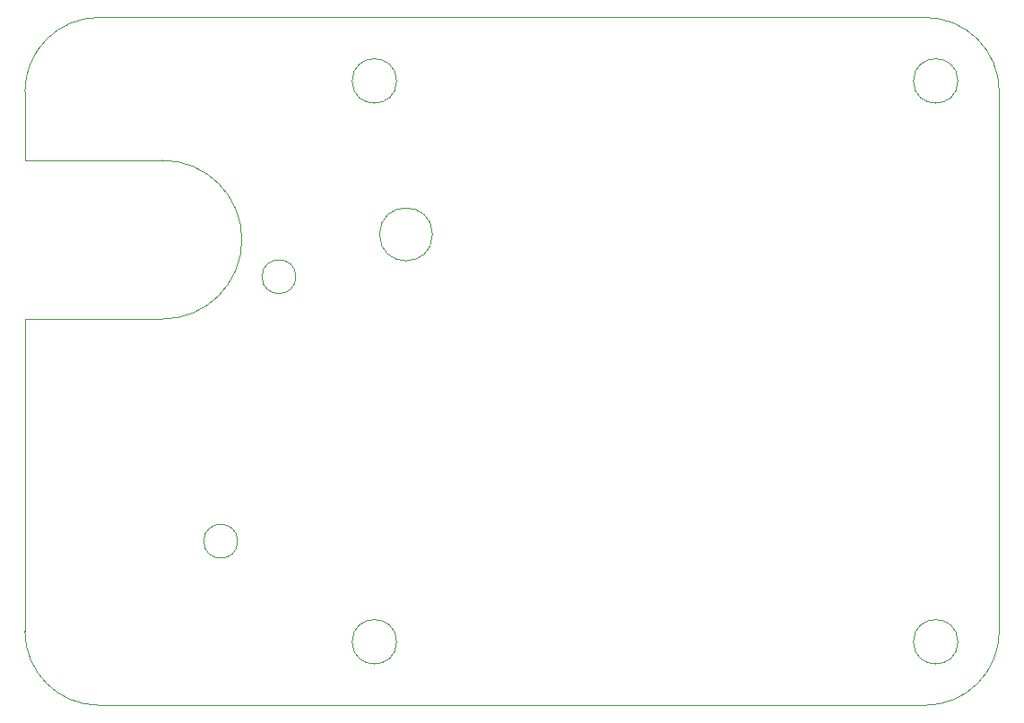
<source format=gko>
G04 #@! TF.FileFunction,Profile,NP*
%FSLAX46Y46*%
G04 Gerber Fmt 4.6, Leading zero omitted, Abs format (unit mm)*
G04 Created by KiCad (PCBNEW 4.0.0-rc1-stable) date 3.2.2017 11:55:20*
%MOMM*%
G01*
G04 APERTURE LIST*
%ADD10C,0.100000*%
G04 APERTURE END LIST*
D10*
X88101100Y6006400D02*
G75*
G03X88101100Y6006400I-2100000J0D01*
G01*
X88101100Y59006400D02*
G75*
G03X88101100Y59006400I-2100000J0D01*
G01*
X35101100Y59006400D02*
G75*
G03X35101100Y59006400I-2100000J0D01*
G01*
X35101100Y6006400D02*
G75*
G03X35101100Y6006400I-2100000J0D01*
G01*
X20086960Y15506400D02*
G75*
G03X20086960Y15506400I-1600000J0D01*
G01*
X25586960Y40506400D02*
G75*
G03X25586960Y40506400I-1600000J0D01*
G01*
X38486960Y44506400D02*
G75*
G03X38486960Y44506400I-2500000J0D01*
G01*
X85001100Y65006400D02*
G75*
G02X92001100Y58006400I0J-7000000D01*
G01*
X92001100Y58006400D02*
X92001100Y7006400D01*
X92001100Y7006400D02*
G75*
G02X85001100Y6400I-7000000J0D01*
G01*
X85001100Y6400D02*
X7001100Y6400D01*
X7001100Y6400D02*
G75*
G02X1100Y7006400I0J7000000D01*
G01*
X1100Y7006400D02*
X1100Y36506400D01*
X12986960Y36506400D02*
X1100Y36506400D01*
X12986960Y51506400D02*
G75*
G02X12986960Y36506400I0J-7500000D01*
G01*
X1100Y51506400D02*
X12986960Y51506400D01*
X1100Y51506400D02*
X1100Y58006400D01*
X1100Y58006400D02*
G75*
G02X7001100Y65006400I7000000J0D01*
G01*
X7001100Y65006400D02*
X85001100Y65006400D01*
M02*

</source>
